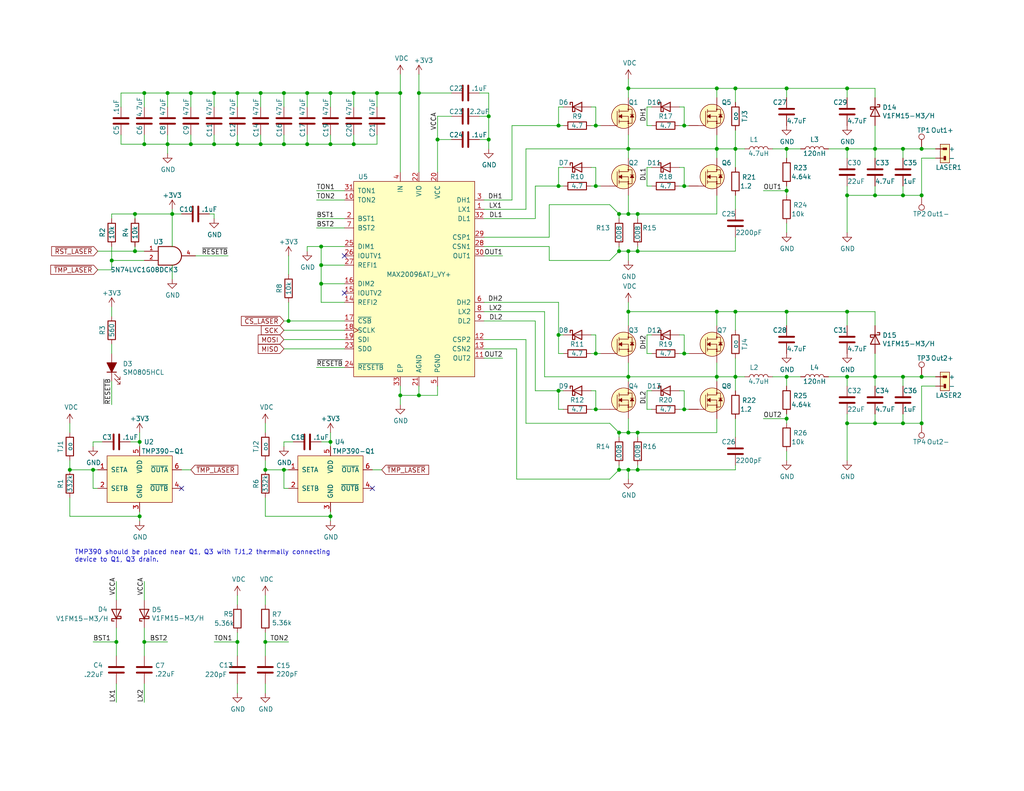
<source format=kicad_sch>
(kicad_sch (version 20211123) (generator eeschema)
  (paper "A")
  (title_block (title "Laser Diode Power Supply") (date "2021-11-07") (rev "1.5") (company "Brian Pepin") (comment 1 "Output 1-4v 50A max per channel"))
  (junction (at 171.45 128.27))
  (junction (at 195.58 85.09))
  (junction (at 31.75 175.26))
  (junction (at 83.82 39.37))
  (junction (at 39.37 25.4))
  (junction (at 231.14 53.34))
  (junction (at 238.76 40.64))
  (junction (at 162.56 96.52))
  (junction (at 214.63 85.09))
  (junction (at 77.47 25.4))
  (junction (at 173.99 118.11))
  (junction (at 251.46 102.87))
  (junction (at 173.99 68.58))
  (junction (at 238.76 53.34))
  (junction (at 45.72 39.37))
  (junction (at 152.4 34.29))
  (junction (at 231.14 115.57))
  (junction (at 195.58 40.64))
  (junction (at 152.4 50.8))
  (junction (at 251.46 53.34))
  (junction (at 231.14 40.64))
  (junction (at 168.91 128.27))
  (junction (at 173.99 128.27))
  (junction (at 38.1 120.65))
  (junction (at 46.99 58.42))
  (junction (at 52.07 25.4))
  (junction (at 246.38 115.57))
  (junction (at 231.14 24.13))
  (junction (at 39.37 175.26))
  (junction (at 64.77 175.26))
  (junction (at 171.45 40.64))
  (junction (at 168.91 118.11))
  (junction (at 171.45 58.42))
  (junction (at 162.56 50.8))
  (junction (at 195.58 102.87))
  (junction (at 72.39 175.26))
  (junction (at 36.83 58.42))
  (junction (at 238.76 102.87))
  (junction (at 186.69 34.29))
  (junction (at 109.22 107.95))
  (junction (at 58.42 39.37))
  (junction (at 78.74 87.63))
  (junction (at 64.77 25.4))
  (junction (at 231.14 102.87))
  (junction (at 214.63 24.13))
  (junction (at 87.63 72.39))
  (junction (at 251.46 115.57))
  (junction (at 96.52 25.4))
  (junction (at 77.47 39.37))
  (junction (at 19.05 128.27))
  (junction (at 114.3 107.95))
  (junction (at 171.45 68.58))
  (junction (at 90.17 25.4))
  (junction (at 119.38 38.1))
  (junction (at 200.66 24.13))
  (junction (at 251.46 40.64))
  (junction (at 231.14 85.09))
  (junction (at 87.63 67.31))
  (junction (at 173.99 58.42))
  (junction (at 39.37 39.37))
  (junction (at 87.63 77.47))
  (junction (at 162.56 34.29))
  (junction (at 171.45 102.87))
  (junction (at 90.17 120.65))
  (junction (at 200.66 102.87))
  (junction (at 109.22 25.4))
  (junction (at 90.17 140.97))
  (junction (at 246.38 40.64))
  (junction (at 214.63 102.87))
  (junction (at 72.39 128.27))
  (junction (at 96.52 39.37))
  (junction (at 52.07 39.37))
  (junction (at 200.66 40.64))
  (junction (at 238.76 115.57))
  (junction (at 168.91 68.58))
  (junction (at 162.56 111.76))
  (junction (at 246.38 102.87))
  (junction (at 186.69 111.76))
  (junction (at 186.69 96.52))
  (junction (at 71.12 39.37))
  (junction (at 168.91 58.42))
  (junction (at 200.66 85.09))
  (junction (at 171.45 24.13))
  (junction (at 152.4 91.44))
  (junction (at 195.58 24.13))
  (junction (at 214.63 114.3))
  (junction (at 71.12 25.4))
  (junction (at 25.4 128.27))
  (junction (at 114.3 25.4))
  (junction (at 171.45 118.11))
  (junction (at 246.38 53.34))
  (junction (at 36.83 68.58))
  (junction (at 58.42 25.4))
  (junction (at 38.1 140.97))
  (junction (at 45.72 25.4))
  (junction (at 214.63 52.07))
  (junction (at 90.17 39.37))
  (junction (at 30.48 71.12))
  (junction (at 171.45 85.09))
  (junction (at 77.47 128.27))
  (junction (at 64.77 39.37))
  (junction (at 83.82 25.4))
  (junction (at 102.87 25.4))
  (junction (at 133.35 38.1))
  (junction (at 186.69 50.8))
  (junction (at 152.4 106.68))
  (junction (at 133.35 31.75))
  (junction (at 214.63 40.64))
  (no_connect (at 93.98 69.85))
  (no_connect (at 93.98 80.01))
  (no_connect (at 49.53 133.35))
  (no_connect (at 101.6 133.35))
  (wire (pts (xy 162.56 50.8) (xy 163.83 50.8)))
  (wire (pts (xy 186.69 29.21) (xy 186.69 34.29)))
  (wire (pts (xy 195.58 99.06) (xy 195.58 102.87)))
  (wire (pts (xy 176.53 96.52) (xy 177.8 96.52)))
  (wire (pts (xy 200.66 64.77) (xy 200.66 68.58)))
  (wire (pts (xy 231.14 105.41) (xy 231.14 102.87)))
  (wire (pts (xy 203.2 102.87) (xy 200.66 102.87)))
  (wire (pts (xy 214.63 40.64) (xy 214.63 43.18)))
  (wire (pts (xy 161.29 50.8) (xy 162.56 50.8)))
  (wire (pts (xy 200.66 114.3) (xy 200.66 119.38)))
  (wire (pts (xy 114.3 107.95) (xy 119.38 107.95)))
  (wire (pts (xy 109.22 110.49) (xy 109.22 107.95)))
  (wire (pts (xy 200.66 40.64) (xy 200.66 45.72)))
  (wire (pts (xy 72.39 175.26) (xy 72.39 179.07)))
  (wire (pts (xy 146.05 106.68) (xy 146.05 87.63)))
  (wire (pts (xy 39.37 39.37) (xy 45.72 39.37)))
  (wire (pts (xy 30.48 93.98) (xy 30.48 96.52)))
  (wire (pts (xy 186.69 45.72) (xy 185.42 45.72)))
  (wire (pts (xy 255.27 105.41) (xy 251.46 105.41)))
  (wire (pts (xy 246.38 102.87) (xy 251.46 102.87)))
  (wire (pts (xy 72.39 186.69) (xy 72.39 189.23)))
  (wire (pts (xy 171.45 68.58) (xy 171.45 71.12)))
  (wire (pts (xy 30.48 83.82) (xy 30.48 86.36)))
  (wire (pts (xy 109.22 107.95) (xy 109.22 105.41)))
  (wire (pts (xy 130.81 38.1) (xy 133.35 38.1)))
  (wire (pts (xy 133.35 38.1) (xy 133.35 31.75)))
  (wire (pts (xy 195.58 58.42) (xy 173.99 58.42)))
  (wire (pts (xy 39.37 68.58) (xy 36.83 68.58)))
  (wire (pts (xy 177.8 91.44) (xy 176.53 91.44)))
  (wire (pts (xy 231.14 85.09) (xy 238.76 85.09)))
  (wire (pts (xy 33.02 36.83) (xy 33.02 39.37)))
  (wire (pts (xy 195.58 104.14) (xy 195.58 102.87)))
  (wire (pts (xy 58.42 58.42) (xy 58.42 59.69)))
  (wire (pts (xy 96.52 39.37) (xy 96.52 36.83)))
  (wire (pts (xy 35.56 120.65) (xy 38.1 120.65)))
  (wire (pts (xy 36.83 68.58) (xy 36.83 67.31)))
  (wire (pts (xy 77.47 29.21) (xy 77.47 25.4)))
  (wire (pts (xy 186.69 34.29) (xy 187.96 34.29)))
  (wire (pts (xy 168.91 119.38) (xy 168.91 118.11)))
  (wire (pts (xy 19.05 115.57) (xy 19.05 118.11)))
  (wire (pts (xy 77.47 128.27) (xy 78.74 128.27)))
  (wire (pts (xy 96.52 25.4) (xy 102.87 25.4)))
  (wire (pts (xy 200.66 102.87) (xy 195.58 102.87)))
  (wire (pts (xy 185.42 106.68) (xy 186.69 106.68)))
  (wire (pts (xy 90.17 120.65) (xy 90.17 121.92)))
  (wire (pts (xy 186.69 50.8) (xy 187.96 50.8)))
  (wire (pts (xy 26.67 133.35) (xy 25.4 133.35)))
  (wire (pts (xy 114.3 105.41) (xy 114.3 107.95)))
  (wire (pts (xy 171.45 68.58) (xy 173.99 68.58)))
  (wire (pts (xy 36.83 58.42) (xy 46.99 58.42)))
  (wire (pts (xy 52.07 36.83) (xy 52.07 39.37)))
  (wire (pts (xy 139.7 34.29) (xy 152.4 34.29)))
  (wire (pts (xy 31.75 186.69) (xy 31.75 191.77)))
  (wire (pts (xy 231.14 113.03) (xy 231.14 115.57)))
  (wire (pts (xy 114.3 107.95) (xy 109.22 107.95)))
  (wire (pts (xy 161.29 45.72) (xy 162.56 45.72)))
  (wire (pts (xy 64.77 36.83) (xy 64.77 39.37)))
  (wire (pts (xy 143.51 57.15) (xy 143.51 40.64)))
  (wire (pts (xy 77.47 39.37) (xy 83.82 39.37)))
  (wire (pts (xy 93.98 62.23) (xy 86.36 62.23)))
  (wire (pts (xy 52.07 39.37) (xy 58.42 39.37)))
  (wire (pts (xy 176.53 50.8) (xy 177.8 50.8)))
  (wire (pts (xy 152.4 29.21) (xy 152.4 34.29)))
  (wire (pts (xy 114.3 25.4) (xy 114.3 46.99)))
  (wire (pts (xy 200.66 127) (xy 200.66 128.27)))
  (wire (pts (xy 77.47 36.83) (xy 77.47 39.37)))
  (wire (pts (xy 168.91 68.58) (xy 166.37 71.12)))
  (wire (pts (xy 173.99 58.42) (xy 173.99 59.69)))
  (wire (pts (xy 176.53 106.68) (xy 176.53 111.76)))
  (wire (pts (xy 64.77 25.4) (xy 71.12 25.4)))
  (wire (pts (xy 39.37 175.26) (xy 39.37 179.07)))
  (wire (pts (xy 38.1 142.24) (xy 38.1 140.97)))
  (wire (pts (xy 168.91 58.42) (xy 166.37 55.88)))
  (wire (pts (xy 161.29 96.52) (xy 162.56 96.52)))
  (wire (pts (xy 31.75 175.26) (xy 25.4 175.26)))
  (wire (pts (xy 195.58 40.64) (xy 195.58 36.83)))
  (wire (pts (xy 45.72 29.21) (xy 45.72 25.4)))
  (wire (pts (xy 238.76 53.34) (xy 246.38 53.34)))
  (wire (pts (xy 173.99 128.27) (xy 173.99 127)))
  (wire (pts (xy 186.69 111.76) (xy 187.96 111.76)))
  (wire (pts (xy 210.82 102.87) (xy 214.63 102.87)))
  (wire (pts (xy 143.51 115.57) (xy 166.37 115.57)))
  (wire (pts (xy 200.66 53.34) (xy 200.66 57.15)))
  (wire (pts (xy 186.69 91.44) (xy 186.69 96.52)))
  (wire (pts (xy 143.51 92.71) (xy 132.08 92.71)))
  (wire (pts (xy 246.38 53.34) (xy 246.38 50.8)))
  (wire (pts (xy 46.99 67.31) (xy 46.99 58.42)))
  (wire (pts (xy 208.28 114.3) (xy 214.63 114.3)))
  (wire (pts (xy 214.63 88.9) (xy 214.63 85.09)))
  (wire (pts (xy 33.02 25.4) (xy 39.37 25.4)))
  (wire (pts (xy 246.38 115.57) (xy 246.38 113.03)))
  (wire (pts (xy 148.59 102.87) (xy 148.59 85.09)))
  (wire (pts (xy 238.76 43.18) (xy 238.76 40.64)))
  (wire (pts (xy 152.4 91.44) (xy 152.4 96.52)))
  (wire (pts (xy 186.69 50.8) (xy 186.69 45.72)))
  (wire (pts (xy 171.45 85.09) (xy 195.58 85.09)))
  (wire (pts (xy 238.76 26.67) (xy 238.76 24.13)))
  (wire (pts (xy 231.14 115.57) (xy 238.76 115.57)))
  (wire (pts (xy 185.42 111.76) (xy 186.69 111.76)))
  (wire (pts (xy 19.05 125.73) (xy 19.05 128.27)))
  (wire (pts (xy 171.45 118.11) (xy 173.99 118.11)))
  (wire (pts (xy 186.69 96.52) (xy 187.96 96.52)))
  (wire (pts (xy 93.98 52.07) (xy 86.36 52.07)))
  (wire (pts (xy 162.56 91.44) (xy 162.56 96.52)))
  (wire (pts (xy 87.63 67.31) (xy 87.63 72.39)))
  (wire (pts (xy 45.72 39.37) (xy 52.07 39.37)))
  (wire (pts (xy 93.98 92.71) (xy 77.47 92.71)))
  (wire (pts (xy 200.66 85.09) (xy 214.63 85.09)))
  (wire (pts (xy 162.56 45.72) (xy 162.56 50.8)))
  (wire (pts (xy 132.08 67.31) (xy 149.86 67.31)))
  (wire (pts (xy 161.29 34.29) (xy 162.56 34.29)))
  (wire (pts (xy 140.97 130.81) (xy 140.97 95.25)))
  (wire (pts (xy 72.39 125.73) (xy 72.39 128.27)))
  (wire (pts (xy 45.72 36.83) (xy 45.72 39.37)))
  (wire (pts (xy 185.42 91.44) (xy 186.69 91.44)))
  (wire (pts (xy 39.37 186.69) (xy 39.37 191.77)))
  (wire (pts (xy 173.99 68.58) (xy 173.99 67.31)))
  (wire (pts (xy 132.08 69.85) (xy 137.16 69.85)))
  (wire (pts (xy 132.08 59.69) (xy 146.05 59.69)))
  (wire (pts (xy 119.38 107.95) (xy 119.38 105.41)))
  (wire (pts (xy 72.39 140.97) (xy 90.17 140.97)))
  (wire (pts (xy 83.82 68.58) (xy 83.82 67.31)))
  (wire (pts (xy 231.14 24.13) (xy 238.76 24.13)))
  (wire (pts (xy 25.4 128.27) (xy 26.67 128.27)))
  (wire (pts (xy 33.02 39.37) (xy 39.37 39.37)))
  (wire (pts (xy 93.98 95.25) (xy 77.47 95.25)))
  (wire (pts (xy 39.37 36.83) (xy 39.37 39.37)))
  (wire (pts (xy 149.86 71.12) (xy 166.37 71.12)))
  (wire (pts (xy 171.45 128.27) (xy 173.99 128.27)))
  (wire (pts (xy 46.99 58.42) (xy 49.53 58.42)))
  (wire (pts (xy 71.12 39.37) (xy 77.47 39.37)))
  (wire (pts (xy 78.74 87.63) (xy 78.74 82.55)))
  (wire (pts (xy 93.98 67.31) (xy 87.63 67.31)))
  (wire (pts (xy 33.02 29.21) (xy 33.02 25.4)))
  (wire (pts (xy 246.38 43.18) (xy 246.38 40.64)))
  (wire (pts (xy 231.14 50.8) (xy 231.14 53.34)))
  (wire (pts (xy 93.98 72.39) (xy 87.63 72.39)))
  (wire (pts (xy 152.4 111.76) (xy 153.67 111.76)))
  (wire (pts (xy 195.58 26.67) (xy 195.58 24.13)))
  (wire (pts (xy 231.14 26.67) (xy 231.14 24.13)))
  (wire (pts (xy 58.42 25.4) (xy 64.77 25.4)))
  (wire (pts (xy 19.05 135.89) (xy 19.05 140.97)))
  (wire (pts (xy 176.53 34.29) (xy 177.8 34.29)))
  (wire (pts (xy 162.56 106.68) (xy 162.56 111.76)))
  (wire (pts (xy 39.37 175.26) (xy 45.72 175.26)))
  (wire (pts (xy 231.14 53.34) (xy 231.14 63.5)))
  (wire (pts (xy 162.56 111.76) (xy 163.83 111.76)))
  (wire (pts (xy 171.45 58.42) (xy 171.45 53.34)))
  (wire (pts (xy 214.63 24.13) (xy 231.14 24.13)))
  (wire (pts (xy 30.48 104.14) (xy 30.48 110.49)))
  (wire (pts (xy 25.4 133.35) (xy 25.4 128.27)))
  (wire (pts (xy 176.53 91.44) (xy 176.53 96.52)))
  (wire (pts (xy 30.48 73.66) (xy 30.48 71.12)))
  (wire (pts (xy 45.72 25.4) (xy 39.37 25.4)))
  (wire (pts (xy 77.47 120.65) (xy 80.01 120.65)))
  (wire (pts (xy 231.14 43.18) (xy 231.14 40.64)))
  (wire (pts (xy 139.7 54.61) (xy 139.7 34.29)))
  (wire (pts (xy 38.1 120.65) (xy 38.1 121.92)))
  (wire (pts (xy 246.38 40.64) (xy 251.46 40.64)))
  (wire (pts (xy 96.52 39.37) (xy 102.87 39.37)))
  (wire (pts (xy 168.91 127) (xy 168.91 128.27)))
  (wire (pts (xy 200.66 27.94) (xy 200.66 24.13)))
  (wire (pts (xy 130.81 31.75) (xy 133.35 31.75)))
  (wire (pts (xy 171.45 24.13) (xy 171.45 21.59)))
  (wire (pts (xy 238.76 115.57) (xy 238.76 113.03)))
  (wire (pts (xy 210.82 40.64) (xy 214.63 40.64)))
  (wire (pts (xy 195.58 88.9) (xy 195.58 85.09)))
  (wire (pts (xy 46.99 76.2) (xy 46.99 72.39)))
  (wire (pts (xy 231.14 115.57) (xy 231.14 125.73)))
  (wire (pts (xy 171.45 58.42) (xy 173.99 58.42)))
  (wire (pts (xy 64.77 29.21) (xy 64.77 25.4)))
  (wire (pts (xy 251.46 53.34) (xy 246.38 53.34)))
  (wire (pts (xy 171.45 26.67) (xy 171.45 24.13)))
  (wire (pts (xy 185.42 50.8) (xy 186.69 50.8)))
  (wire (pts (xy 251.46 105.41) (xy 251.46 115.57)))
  (wire (pts (xy 177.8 29.21) (xy 176.53 29.21)))
  (wire (pts (xy 132.08 97.79) (xy 137.16 97.79)))
  (wire (pts (xy 251.46 40.64) (xy 255.27 40.64)))
  (wire (pts (xy 25.4 128.27) (xy 19.05 128.27)))
  (wire (pts (xy 38.1 140.97) (xy 38.1 139.7)))
  (wire (pts (xy 171.45 24.13) (xy 195.58 24.13)))
  (wire (pts (xy 226.06 102.87) (xy 231.14 102.87)))
  (wire (pts (xy 132.08 54.61) (xy 139.7 54.61)))
  (wire (pts (xy 148.59 102.87) (xy 171.45 102.87)))
  (wire (pts (xy 25.4 120.65) (xy 27.94 120.65)))
  (wire (pts (xy 31.75 175.26) (xy 31.75 179.07)))
  (wire (pts (xy 195.58 102.87) (xy 171.45 102.87)))
  (wire (pts (xy 31.75 171.45) (xy 31.75 175.26)))
  (wire (pts (xy 87.63 72.39) (xy 87.63 77.47)))
  (wire (pts (xy 58.42 29.21) (xy 58.42 25.4)))
  (wire (pts (xy 214.63 85.09) (xy 231.14 85.09)))
  (wire (pts (xy 168.91 58.42) (xy 171.45 58.42)))
  (wire (pts (xy 36.83 59.69) (xy 36.83 58.42)))
  (wire (pts (xy 171.45 40.64) (xy 171.45 43.18)))
  (wire (pts (xy 30.48 71.12) (xy 39.37 71.12)))
  (wire (pts (xy 200.66 40.64) (xy 195.58 40.64)))
  (wire (pts (xy 162.56 29.21) (xy 162.56 34.29)))
  (wire (pts (xy 231.14 102.87) (xy 238.76 102.87)))
  (wire (pts (xy 96.52 25.4) (xy 96.52 29.21)))
  (wire (pts (xy 251.46 115.57) (xy 246.38 115.57)))
  (wire (pts (xy 123.19 25.4) (xy 114.3 25.4)))
  (wire (pts (xy 90.17 39.37) (xy 96.52 39.37)))
  (wire (pts (xy 133.35 40.64) (xy 133.35 38.1)))
  (wire (pts (xy 200.66 106.68) (xy 200.66 102.87)))
  (wire (pts (xy 231.14 88.9) (xy 231.14 85.09)))
  (wire (pts (xy 64.77 165.1) (xy 64.77 162.56)))
  (wire (pts (xy 78.74 69.85) (xy 78.74 74.93)))
  (wire (pts (xy 152.4 106.68) (xy 146.05 106.68)))
  (wire (pts (xy 173.99 118.11) (xy 195.58 118.11)))
  (wire (pts (xy 251.46 102.87) (xy 255.27 102.87)))
  (wire (pts (xy 255.27 43.18) (xy 251.46 43.18)))
  (wire (pts (xy 195.58 40.64) (xy 171.45 40.64)))
  (wire (pts (xy 246.38 105.41) (xy 246.38 102.87)))
  (wire (pts (xy 72.39 165.1) (xy 72.39 162.56)))
  (wire (pts (xy 87.63 77.47) (xy 87.63 82.55)))
  (wire (pts (xy 152.4 45.72) (xy 152.4 50.8)))
  (wire (pts (xy 45.72 25.4) (xy 52.07 25.4)))
  (wire (pts (xy 123.19 38.1) (xy 119.38 38.1)))
  (wire (pts (xy 64.77 39.37) (xy 71.12 39.37)))
  (wire (pts (xy 77.47 25.4) (xy 83.82 25.4)))
  (wire (pts (xy 214.63 123.19) (xy 214.63 125.73)))
  (wire (pts (xy 161.29 91.44) (xy 162.56 91.44)))
  (wire (pts (xy 71.12 25.4) (xy 77.47 25.4)))
  (wire (pts (xy 195.58 53.34) (xy 195.58 58.42)))
  (wire (pts (xy 238.76 53.34) (xy 238.76 50.8)))
  (wire (pts (xy 31.75 163.83) (xy 31.75 158.75)))
  (wire (pts (xy 72.39 172.72) (xy 72.39 175.26)))
  (wire (pts (xy 25.4 121.92) (xy 25.4 120.65)))
  (wire (pts (xy 171.45 128.27) (xy 171.45 130.81)))
  (wire (pts (xy 78.74 87.63) (xy 77.47 87.63)))
  (wire (pts (xy 168.91 59.69) (xy 168.91 58.42)))
  (wire (pts (xy 152.4 82.55) (xy 152.4 91.44)))
  (wire (pts (xy 176.53 29.21) (xy 176.53 34.29)))
  (wire (pts (xy 143.51 115.57) (xy 143.51 92.71)))
  (wire (pts (xy 93.98 87.63) (xy 78.74 87.63)))
  (wire (pts (xy 218.44 40.64) (xy 214.63 40.64)))
  (wire (pts (xy 177.8 45.72) (xy 176.53 45.72)))
  (wire (pts (xy 133.35 25.4) (xy 130.81 25.4)))
  (wire (pts (xy 52.07 29.21) (xy 52.07 25.4)))
  (wire (pts (xy 132.08 57.15) (xy 143.51 57.15)))
  (wire (pts (xy 153.67 29.21) (xy 152.4 29.21)))
  (wire (pts (xy 46.99 58.42) (xy 46.99 57.15)))
  (wire (pts (xy 238.76 96.52) (xy 238.76 102.87)))
  (wire (pts (xy 52.07 25.4) (xy 58.42 25.4)))
  (wire (pts (xy 168.91 68.58) (xy 171.45 68.58)))
  (wire (pts (xy 152.4 96.52) (xy 153.67 96.52)))
  (wire (pts (xy 231.14 40.64) (xy 238.76 40.64)))
  (wire (pts (xy 186.69 106.68) (xy 186.69 111.76)))
  (wire (pts (xy 200.66 97.79) (xy 200.66 102.87)))
  (wire (pts (xy 83.82 25.4) (xy 90.17 25.4)))
  (wire (pts (xy 168.91 128.27) (xy 171.45 128.27)))
  (wire (pts (xy 162.56 34.29) (xy 163.83 34.29)))
  (wire (pts (xy 57.15 58.42) (xy 58.42 58.42)))
  (wire (pts (xy 93.98 100.33) (xy 86.36 100.33)))
  (wire (pts (xy 36.83 58.42) (xy 30.48 58.42)))
  (wire (pts (xy 200.66 24.13) (xy 214.63 24.13)))
  (wire (pts (xy 36.83 68.58) (xy 26.67 68.58)))
  (wire (pts (xy 251.46 43.18) (xy 251.46 53.34)))
  (wire (pts (xy 195.58 118.11) (xy 195.58 114.3)))
  (wire (pts (xy 140.97 130.81) (xy 166.37 130.81)))
  (wire (pts (xy 78.74 133.35) (xy 77.47 133.35)))
  (wire (pts (xy 208.28 52.07) (xy 214.63 52.07)))
  (wire (pts (xy 168.91 118.11) (xy 171.45 118.11)))
  (wire (pts (xy 153.67 45.72) (xy 152.4 45.72)))
  (wire (pts (xy 200.66 90.17) (xy 200.66 85.09)))
  (wire (pts (xy 238.76 115.57) (xy 246.38 115.57)))
  (wire (pts (xy 90.17 29.21) (xy 90.17 25.4)))
  (wire (pts (xy 64.77 175.26) (xy 64.77 179.07)))
  (wire (pts (xy 132.08 87.63) (xy 146.05 87.63)))
  (wire (pts (xy 102.87 25.4) (xy 109.22 25.4)))
  (wire (pts (xy 83.82 29.21) (xy 83.82 25.4)))
  (wire (pts (xy 176.53 45.72) (xy 176.53 50.8)))
  (wire (pts (xy 93.98 90.17) (xy 77.47 90.17)))
  (wire (pts (xy 200.66 40.64) (xy 200.66 35.56)))
  (wire (pts (xy 133.35 31.75) (xy 133.35 25.4)))
  (wire (pts (xy 238.76 102.87) (xy 246.38 102.87)))
  (wire (pts (xy 71.12 29.21) (xy 71.12 25.4)))
  (wire (pts (xy 214.63 26.67) (xy 214.63 24.13)))
  (wire (pts (xy 214.63 52.07) (xy 214.63 53.34)))
  (wire (pts (xy 214.63 102.87) (xy 218.44 102.87)))
  (wire (pts (xy 171.45 36.83) (xy 171.45 40.64)))
  (wire (pts (xy 148.59 85.09) (xy 132.08 85.09)))
  (wire (pts (xy 195.58 24.13) (xy 200.66 24.13)))
  (wire (pts (xy 162.56 96.52) (xy 163.83 96.52)))
  (wire (pts (xy 161.29 29.21) (xy 162.56 29.21)))
  (wire (pts (xy 87.63 82.55) (xy 93.98 82.55)))
  (wire (pts (xy 39.37 171.45) (xy 39.37 175.26)))
  (wire (pts (xy 87.63 120.65) (xy 90.17 120.65)))
  (wire (pts (xy 93.98 54.61) (xy 86.36 54.61)))
  (wire (pts (xy 64.77 172.72) (xy 64.77 175.26)))
  (wire (pts (xy 200.66 128.27) (xy 173.99 128.27)))
  (wire (pts (xy 72.39 115.57) (xy 72.39 118.11)))
  (wire (pts (xy 119.38 38.1) (xy 119.38 46.99)))
  (wire (pts (xy 146.05 59.69) (xy 146.05 50.8)))
  (wire (pts (xy 77.47 121.92) (xy 77.47 120.65)))
  (wire (pts (xy 171.45 88.9) (xy 171.45 85.09)))
  (wire (pts (xy 238.76 105.41) (xy 238.76 102.87)))
  (wire (pts (xy 102.87 25.4) (xy 102.87 29.21)))
  (wire (pts (xy 90.17 140.97) (xy 90.17 139.7)))
  (wire (pts (xy 171.45 102.87) (xy 171.45 104.14)))
  (wire (pts (xy 149.86 55.88) (xy 166.37 55.88)))
  (wire (pts (xy 39.37 163.83) (xy 39.37 158.75)))
  (wire (pts (xy 238.76 40.64) (xy 246.38 40.64)))
  (wire (pts (xy 102.87 39.37) (xy 102.87 36.83)))
  (wire (pts (xy 93.98 77.47) (xy 87.63 77.47)))
  (wire (pts (xy 231.14 53.34) (xy 238.76 53.34)))
  (wire (pts (xy 238.76 88.9) (xy 238.76 85.09)))
  (wire (pts (xy 214.63 114.3) (xy 214.63 115.57)))
  (wire (pts (xy 171.45 85.09) (xy 171.45 82.55)))
  (wire (pts (xy 77.47 133.35) (xy 77.47 128.27)))
  (wire (pts (xy 58.42 39.37) (xy 64.77 39.37)))
  (wire (pts (xy 83.82 39.37) (xy 83.82 36.83)))
  (wire (pts (xy 101.6 128.27) (xy 104.14 128.27)))
  (wire (pts (xy 171.45 99.06) (xy 171.45 102.87)))
  (wire (pts (xy 140.97 95.25) (xy 132.08 95.25)))
  (wire (pts (xy 173.99 118.11) (xy 173.99 119.38)))
  (wire (pts (xy 152.4 106.68) (xy 152.4 111.76)))
  (wire (pts (xy 83.82 39.37) (xy 90.17 39.37)))
  (wire (pts (xy 168.91 67.31) (xy 168.91 68.58)))
  (wire (pts (xy 161.29 111.76) (xy 162.56 111.76)))
  (wire (pts (xy 214.63 60.96) (xy 214.63 63.5)))
  (wire (pts (xy 177.8 106.68) (xy 176.53 106.68)))
  (wire (pts (xy 149.86 67.31) (xy 149.86 71.12)))
  (wire (pts (xy 19.05 140.97) (xy 38.1 140.97)))
  (wire (pts (xy 64.77 186.69) (xy 64.77 189.23)))
  (wire (pts (xy 77.47 128.27) (xy 72.39 128.27)))
  (wire (pts (xy 153.67 106.68) (xy 152.4 106.68)))
  (wire (pts (xy 119.38 31.75) (xy 119.38 38.1)))
  (wire (pts (xy 30.48 67.31) (xy 30.48 71.12)))
  (wire (pts (xy 152.4 50.8) (xy 153.67 50.8)))
  (wire (pts (xy 72.39 175.26) (xy 78.74 175.26)))
  (wire (pts (xy 83.82 67.31) (xy 87.63 67.31)))
  (wire (pts (xy 45.72 41.91) (xy 45.72 39.37)))
  (wire (pts (xy 49.53 128.27) (xy 52.07 128.27)))
  (wire (pts (xy 26.67 73.66) (xy 30.48 73.66)))
  (wire (pts (xy 143.51 40.64) (xy 171.45 40.64)))
  (wire (pts (xy 168.91 128.27) (xy 166.37 130.81)))
  (wire (pts (xy 195.58 85.09) (xy 200.66 85.09)))
  (wire (pts (xy 132.08 82.55) (xy 152.4 82.55)))
  (wire (pts (xy 195.58 43.18) (xy 195.58 40.64)))
  (wire (pts (xy 71.12 36.83) (xy 71.12 39.37)))
  (wire (pts (xy 146.05 50.8) (xy 152.4 50.8)))
  (wire (pts (xy 153.67 91.44) (xy 152.4 91.44)))
  (wire (pts (xy 90.17 25.4) (xy 96.52 25.4)))
  (wire (pts (xy 176.53 111.76) (xy 177.8 111.76)))
  (wire (pts (xy 200.66 68.58) (xy 173.99 68.58)))
  (wire (pts (xy 185.42 34.29) (xy 186.69 34.29)))
  (wire (pts (xy 64.77 175.26) (xy 58.42 175.26)))
  (wire (pts (xy 30.48 58.42) (xy 30.48 59.69)))
  (wire (pts (xy 214.63 102.87) (xy 214.63 105.41)))
  (wire (pts (xy 72.39 135.89) (xy 72.39 140.97)))
  (wire (pts (xy 203.2 40.64) (xy 200.66 40.64)))
  (wire (pts (xy 38.1 118.11) (xy 38.1 120.65)))
  (wire (pts (xy 168.91 118.11) (xy 166.37 115.57)))
  (wire (pts (xy 226.06 40.64) (xy 231.14 40.64)))
  (wire (pts (xy 149.86 64.77) (xy 149.86 55.88)))
  (wire (pts (xy 39.37 29.21) (xy 39.37 25.4)))
  (wire (pts (xy 152.4 34.29) (xy 153.67 34.29)))
  (wire (pts (xy 109.22 20.32) (xy 109.22 25.4)))
  (wire (pts (xy 58.42 36.83) (xy 58.42 39.37)))
  (wire (pts (xy 171.45 118.11) (xy 171.45 114.3)))
  (wire (pts (xy 93.98 59.69) (xy 86.36 59.69)))
  (wire (pts (xy 214.63 50.8) (xy 214.63 52.07)))
  (wire (pts (xy 109.22 25.4) (xy 109.22 46.99)))
  (wire (pts (xy 161.29 106.68) (xy 162.56 106.68)))
  (wire (pts (xy 114.3 20.32) (xy 114.3 25.4)))
  (wire (pts (xy 119.38 31.75) (xy 123.19 31.75)))
  (wire (pts (xy 238.76 34.29) (xy 238.76 40.64)))
  (wire (pts (xy 185.42 29.21) (xy 186.69 29.21)))
  (wire (pts (xy 185.42 96.52) (xy 186.69 96.52)))
  (wire (pts (xy 132.08 64.77) (xy 149.86 64.77)))
  (wire (pts (xy 53.34 69.85) (xy 62.23 69.85)))
  (wire (pts (xy 90.17 142.24) (xy 90.17 140.97)))
  (wire (pts (xy 90.17 36.83) (xy 90.17 39.37)))
  (wire (pts (xy 214.63 113.03) (xy 214.63 114.3)))
  (wire (pts (xy 90.17 118.11) (xy 90.17 120.65)))
  (text "TMP390 should be placed near Q1, Q3 with TJ1,2 thermally connecting\ndevice to Q1, Q3 drain." (at 20.32 153.67 0) (effects (font (size 1.27 1.27)) (justify left bottom)))
  (label "LX1" (at 133.35 57.15 0))
  (label "LX2" (at 133.35 85.09 0))
  (label "LX2" (at 39.37 191.77 90))
  (label "LX1" (at 31.75 191.77 90))
  (label "OUT1" (at 137.16 69.85 180))
  (label "~{RESETB}" (at 86.36 100.33 0))
  (label "DH1" (at 176.53 29.21 270))
  (label "DH2" (at 137.16 82.55 180))
  (label "VCCA" (at 119.38 35.56 90))
  (label "~{RESETB}" (at 62.23 69.85 180))
  (label "TON1" (at 86.36 52.07 0))
  (label "~{RESETB}" (at 30.48 110.49 90))
  (label "DH2" (at 176.53 91.44 270))
  (label "BST1" (at 25.4 175.26 0))
  (label "BST2" (at 45.72 175.26 180))
  (label "DL2" (at 137.16 87.63 180))
  (label "OUT2" (at 137.16 97.79 180))
  (label "TON2" (at 78.74 175.26 180))
  (label "OUT1" (at 208.28 52.07 0))
  (label "VCCA" (at 39.37 162.56 90))
  (label "DL1" (at 137.16 59.69 180))
  (label "OUT2" (at 208.28 114.3 0))
  (label "DL1" (at 176.53 45.72 270))
  (label "BST2" (at 86.36 62.23 0))
  (label "BST1" (at 86.36 59.69 0))
  (label "DL2" (at 176.53 106.68 270))
  (label "VCCA" (at 31.75 162.56 90))
  (label "TON1" (at 58.42 175.26 0))
  (label "TON2" (at 86.36 54.61 0))
  (label "DH1" (at 137.16 54.61 180))
  (global_label "MOSI" (shape input) (at 77.47 92.71 180) (property "Intersheet References" "${INTERSHEET_REFS}" (effects hide)))
  (global_label "~{TMP_LASER}" (shape input) (at 26.67 73.66 180) (property "Intersheet References" "${INTERSHEET_REFS}" (effects hide)))
  (global_label "MISO" (shape input) (at 77.47 95.25 180) (property "Intersheet References" "${INTERSHEET_REFS}" (effects hide)))
  (global_label "~{TMP_LASER}" (shape input) (at 104.14 128.27 0) (property "Intersheet References" "${INTERSHEET_REFS}" (effects hide)))
  (global_label "~{RST_LASER}" (shape input) (at 26.67 68.58 180) (property "Intersheet References" "${INTERSHEET_REFS}" (effects hide)))
  (global_label "SCK" (shape input) (at 77.47 90.17 180) (property "Intersheet References" "${INTERSHEET_REFS}" (effects hide)))
  (global_label "~{TMP_LASER}" (shape input) (at 52.07 128.27 0) (property "Intersheet References" "${INTERSHEET_REFS}" (effects hide)))
  (global_label "~{CS_LASER}" (shape input) (at 77.47 87.63 180) (property "Intersheet References" "${INTERSHEET_REFS}" (effects hide)))
  (symbol (lib_id "PowerSupply:MAX20096ATJ_VY+") (at 114.3 74.93 0) (unit 1)
    (property "Reference" "U5" (at 99.06 48.26 0))
    (property "Value" "MAX20096ATJ_VY+" (at 114.3 74.93 0))
    (property "Footprint" "Package_DFN_QFN:QFN-32-1EP_5x5mm_P0.5mm_EP3.1x3.1mm_ThermalVias" (effects hide))
    (property "PartNo" "MAX20096ATJ/VY+" (effects hide))
  )
  (symbol (lib_id "Device:C") (at 127 25.4 270) (unit 1)
    (property "Reference" "C22" (at 124.46 24.13 90))
    (property "Value" ".1uF" (at 130.81 24.13 90))
    (property "Footprint" "Capacitor_SMD:C_0805_2012Metric" (effects hide))
    (property "PartNo" "C0805X104M5RACTU" (effects hide))
  )
  (symbol (lib_id "Device:C") (at 127 31.75 270) (unit 1)
    (property "Reference" "C23" (at 124.46 30.48 90))
    (property "Value" "2.2uF" (at 130.81 30.48 90))
    (property "Footprint" "Capacitor_SMD:C_0805_2012Metric" (effects hide))
    (property "PartNo" "GCM21BR71E225KA73L" (effects hide))
  )
  (symbol (lib_id "Device:C") (at 127 38.1 270) (unit 1)
    (property "Reference" "C24" (at 124.46 36.83 90))
    (property "Value" ".1uF" (at 130.81 36.83 90))
    (property "Footprint" "Capacitor_SMD:C_0805_2012Metric" (effects hide))
    (property "PartNo" "C0805X104M5RACTU" (effects hide))
  )
  (symbol (lib_id "power:+3V3") (at 114.3 20.32 0) (unit 1)
    (property "Reference" "#PWR052" (effects hide))
    (property "Value" "+3V3" (at 115.57 16.51 0))
  )
  (symbol (lib_id "Device:R") (at 36.83 63.5 180) (unit 1)
    (property "Reference" "R4" (at 34.29 63.5 90))
    (property "Value" "10k" (at 36.83 63.5 90))
    (property "Footprint" "Resistor_SMD:R_0805_2012Metric" (effects hide))
    (property "PartNo" "ERJ-6ENF1002V" (effects hide))
  )
  (symbol (lib_id "Device:R") (at 72.39 168.91 0) (unit 1)
    (property "Reference" "R7" (at 74.168 167.7416 0) (effects (justify left)))
    (property "Value" "5.36k" (at 74.168 170.053 0) (effects (justify left)))
    (property "Footprint" "Resistor_SMD:R_0805_2012Metric" (effects hide))
    (property "PartNo" "ERJ-6ENF5361V" (effects hide))
  )
  (symbol (lib_id "Device:C") (at 72.39 182.88 0) (unit 1)
    (property "Reference" "C15" (at 75.311 181.7116 0) (effects (justify left)))
    (property "Value" "220pF" (at 75.311 184.023 0) (effects (justify left)))
    (property "Footprint" "Capacitor_SMD:C_0805_2012Metric" (effects hide))
    (property "PartNo" "C0805C221K1HACTU" (effects hide))
  )
  (symbol (lib_id "Device:R") (at 64.77 168.91 0) (unit 1)
    (property "Reference" "R5" (at 60.96 167.64 0) (effects (justify left)))
    (property "Value" "5.36k" (at 58.42 170.18 0) (effects (justify left)))
    (property "Footprint" "Resistor_SMD:R_0805_2012Metric" (effects hide))
    (property "PartNo" "ERJ-6ENF5361V" (effects hide))
  )
  (symbol (lib_id "Device:C") (at 64.77 182.88 0) (unit 1)
    (property "Reference" "C13" (at 59.69 181.61 0) (effects (justify left)))
    (property "Value" "220pF" (at 55.88 184.15 0) (effects (justify left)))
    (property "Footprint" "Capacitor_SMD:C_0805_2012Metric" (effects hide))
    (property "PartNo" "C0805C221K1HACTU" (effects hide))
  )
  (symbol (lib_id "Device:D_Schottky") (at 39.37 167.64 90) (unit 1)
    (property "Reference" "D5" (at 41.3766 166.4716 90) (effects (justify right)))
    (property "Value" "V1FM15-M3/H" (at 41.3766 168.783 90) (effects (justify right)))
    (property "Footprint" "Diode_SMD:D_SOD-123F" (effects hide))
    (property "PartNo" "V1FM15-M3/H" (effects hide))
  )
  (symbol (lib_id "Device:C") (at 39.37 182.88 0) (unit 1)
    (property "Reference" "C7" (at 42.291 181.7116 0) (effects (justify left)))
    (property "Value" ".22uF" (at 42.291 184.023 0) (effects (justify left)))
    (property "Footprint" "Capacitor_SMD:C_0805_2012Metric" (effects hide))
    (property "PartNo" "GRM21AR72A224KAC5K" (effects hide))
  )
  (symbol (lib_id "Device:D_Schottky") (at 31.75 167.64 90) (unit 1)
    (property "Reference" "D4" (at 26.67 166.37 90) (effects (justify right)))
    (property "Value" "V1FM15-M3/H" (at 15.24 168.91 90) (effects (justify right)))
    (property "Footprint" "Diode_SMD:D_SOD-123F" (effects hide))
    (property "PartNo" "V1FM15-M3/H" (effects hide))
  )
  (symbol (lib_id "Device:C") (at 31.75 182.88 0) (unit 1)
    (property "Reference" "C4" (at 25.4 181.61 0) (effects (justify left)))
    (property "Value" ".22uF" (at 22.86 184.15 0) (effects (justify left)))
    (property "Footprint" "Capacitor_SMD:C_0805_2012Metric" (effects hide))
    (property "PartNo" "GRM21AR72A224KAC5K" (effects hide))
  )
  (symbol (lib_id "PowerSupply:PSMN1R8-30MLHX") (at 170.18 31.75 0) (unit 1)
    (property "Reference" "Q1" (at 171.45 27.94 0) (effects (justify left)))
    (property "Value" "PSMN1R5-25MLHX" (effects hide))
    (property "Footprint" "Package_TO_SOT_SMD:LFPAK33" (effects hide))
    (property "Datasheet" "https://assets.nexperia.com/documents/data-sheet/PSMN1R8-30MLH.pdf" (effects hide))
    (property "PartNo" "PSMN1R5-25MLHX" (effects hide))
  )
  (symbol (lib_id "PowerSupply:PSMN1R8-30MLHX") (at 170.18 48.26 0) (unit 1)
    (property "Reference" "Q2" (at 171.45 44.45 0) (effects (justify left)))
    (property "Value" "PSMN1R5-25MLHX" (effects hide))
    (property "Footprint" "Package_TO_SOT_SMD:LFPAK33" (effects hide))
    (property "Datasheet" "https://assets.nexperia.com/documents/data-sheet/PSMN1R8-30MLH.pdf" (effects hide))
    (property "PartNo" "PSMN1R5-25MLHX" (effects hide))
  )
  (symbol (lib_id "Device:L") (at 207.01 40.64 90) (unit 1)
    (property "Reference" "L1" (at 205.74 38.1 90))
    (property "Value" "4.7uH" (at 207.01 41.91 90))
    (property "Footprint" "PowerSupplyFootprints:Inductor_Kemet_MPX1D2213" (effects hide))
    (property "PartNo" "MPXV1D2213L4R7" (effects hide))
  )
  (symbol (lib_id "Device:R") (at 157.48 34.29 270) (unit 1)
    (property "Reference" "R9" (at 157.48 31.75 90))
    (property "Value" "4.7" (at 157.48 34.29 90))
    (property "Footprint" "Resistor_SMD:R_0805_2012Metric" (effects hide))
    (property "PartNo" "ERJ-P06J4R7V" (effects hide))
  )
  (symbol (lib_id "Device:R") (at 157.48 50.8 270) (unit 1)
    (property "Reference" "R10" (at 157.48 48.26 90))
    (property "Value" "4.7" (at 157.48 50.8 90))
    (property "Footprint" "Resistor_SMD:R_0805_2012Metric" (effects hide))
    (property "PartNo" "ERJ-P06J4R7V" (effects hide))
  )
  (symbol (lib_id "Device:C") (at 214.63 30.48 0) (unit 1)
    (property "Reference" "C27" (at 210.82 27.94 0) (effects (justify left)))
    (property "Value" "4.7uF" (at 214.63 33.02 0) (effects (justify left)))
    (property "Footprint" "Capacitor_SMD:C_0805_2012Metric" (effects hide))
    (property "PartNo" "JMK212B7475KGHT" (effects hide))
  )
  (symbol (lib_id "Device:R") (at 168.91 63.5 0) (unit 1)
    (property "Reference" "R13" (at 162.56 62.23 0) (effects (justify left)))
    (property "Value" ".008" (at 168.91 66.04 90) (effects (justify left)))
    (property "Footprint" "PowerSupplyFootprints:R_2818_7158Metric_Kelvin" (effects hide))
    (property "PartNo" "WSHM28188L000FEA" (effects hide))
  )
  (symbol (lib_id "Device:R") (at 173.99 63.5 0) (unit 1)
    (property "Reference" "R15" (at 175.26 62.23 0) (effects (justify left)))
    (property "Value" ".008" (at 173.99 66.04 90) (effects (justify left)))
    (property "Footprint" "PowerSupplyFootprints:R_2818_7158Metric_Kelvin" (effects hide))
    (property "PartNo" "WSHM28188L000FEA" (effects hide))
  )
  (symbol (lib_id "Device:C") (at 214.63 92.71 0) (unit 1)
    (property "Reference" "C28" (at 210.82 90.17 0) (effects (justify left)))
    (property "Value" "4.7uF" (at 214.63 95.25 0) (effects (justify left)))
    (property "Footprint" "Capacitor_SMD:C_0805_2012Metric" (effects hide))
    (property "PartNo" "JMK212B7475KGHT" (effects hide))
  )
  (symbol (lib_id "Device:R") (at 214.63 46.99 0) (unit 1)
    (property "Reference" "R23" (at 216.408 45.8216 0) (effects (justify left)))
    (property "Value" "4.64k" (at 215.9 48.26 0) (effects (justify left)))
    (property "Footprint" "Resistor_SMD:R_0805_2012Metric" (effects hide))
    (property "PartNo" "ERJ-6ENF4641V" (effects hide))
  )
  (symbol (lib_id "Device:R") (at 214.63 57.15 0) (unit 1)
    (property "Reference" "R24" (at 216.408 55.9816 0) (effects (justify left)))
    (property "Value" "10k" (at 215.9 58.42 0) (effects (justify left)))
    (property "Footprint" "Resistor_SMD:R_0805_2012Metric" (effects hide))
    (property "PartNo" "ERJ-6ENF1002V" (effects hide))
  )
  (symbol (lib_id "Device:C") (at 246.38 46.99 0) (unit 1)
    (property "Reference" "C35" (at 246.38 44.45 0) (effects (justify left)))
    (property "Value" "1uF" (at 246.38 49.53 0) (effects (justify left)))
    (property "Footprint" "Capacitor_SMD:C_0805_2012Metric" (effects hide))
    (property "PartNo" "UMF212B7105KGHT" (effects hide))
  )
  (symbol (lib_id "Device:D_Schottky") (at 238.76 30.48 270) (unit 1)
    (property "Reference" "D14" (at 240.7666 29.3116 90) (effects (justify left)))
    (property "Value" "V1FM15-M3/H" (at 240.7666 31.623 90) (effects (justify left)))
    (property "Footprint" "Diode_SMD:D_SOD-123F" (effects hide))
    (property "PartNo" "V1FM15-M3/H" (effects hide))
  )
  (symbol (lib_id "pepin_con:DEANS") (at 257.81 41.91 0) (unit 1)
    (property "Reference" "LASER1" (at 255.27 45.72 0) (effects (justify left)))
    (property "Value" "DEANS" (effects hide))
    (property "Footprint" "pepin-footprints:Connector_Deans_Female" (effects hide))
    (property "Datasheet" "http://cdn.sparkfun.com/datasheets/Prototyping/deans_connector_PRT-11864.pdf" (effects hide))
  )
  (symbol (lib_id "PowerSupply:PSMN1R8-30MLHX") (at 170.18 93.98 0) (unit 1)
    (property "Reference" "Q3" (at 171.45 90.17 0) (effects (justify left)))
    (property "Value" "PSMN1R5-25MLHX" (effects hide))
    (property "Footprint" "Package_TO_SOT_SMD:LFPAK33" (effects hide))
    (property "Datasheet" "https://assets.nexperia.com/documents/data-sheet/PSMN1R8-30MLH.pdf" (effects hide))
    (property "PartNo" "PSMN1R5-25MLHX" (effects hide))
  )
  (symbol (lib_id "PowerSupply:PSMN1R8-30MLHX") (at 170.18 109.22 0) (unit 1)
    (property "Reference" "Q4" (at 171.45 105.41 0) (effects (justify left)))
    (property "Value" "PSMN1R5-25MLHX" (effects hide))
    (property "Footprint" "Package_TO_SOT_SMD:LFPAK33" (effects hide))
    (property "Datasheet" "https://assets.nexperia.com/documents/data-sheet/PSMN1R8-30MLH.pdf" (effects hide))
    (property "PartNo" "PSMN1R5-25MLHX" (effects hide))
  )
  (symbol (lib_id "Device:L") (at 207.01 102.87 90) (unit 1)
    (property "Reference" "L2" (at 205.74 100.33 90))
    (property "Value" "4.7uH" (at 207.01 104.14 90))
    (property "Footprint" "PowerSupplyFootprints:Inductor_Kemet_MPX1D2213" (effects hide))
    (property "PartNo" "MPXV1D2213L4R7" (effects hide))
  )
  (symbol (lib_id "Device:R") (at 157.48 96.52 270) (unit 1)
    (property "Reference" "R11" (at 157.48 93.98 90))
    (property "Value" "4.7" (at 157.48 96.52 90))
    (property "Footprint" "Resistor_SMD:R_0805_2012Metric" (effects hide))
    (property "PartNo" "ERJ-P06J4R7V" (effects hide))
  )
  (symbol (lib_id "Device:R") (at 157.48 111.76 270) (unit 1)
    (property "Reference" "R12" (at 157.48 109.22 90))
    (property "Value" "4.7" (at 157.48 111.76 90))
    (property "Footprint" "Resistor_SMD:R_0805_2012Metric" (effects hide))
    (property "PartNo" "ERJ-P06J4R7V" (effects hide))
  )
  (symbol (lib_id "Device:R") (at 168.91 123.19 0) (unit 1)
    (property "Reference" "R14" (at 162.56 121.92 0) (effects (justify left)))
    (property "Value" ".008" (at 168.91 125.73 90) (effects (justify left)))
    (property "Footprint" "PowerSupplyFootprints:R_2818_7158Metric_Kelvin" (effects hide))
    (property "PartNo" "WSHM28188L000FEA" (effects hide))
  )
  (symbol (lib_id "Device:R") (at 173.99 123.19 0) (unit 1)
    (property "Reference" "R16" (at 175.26 121.92 0) (effects (justify left)))
    (property "Value" ".008" (at 173.99 125.73 90) (effects (justify left)))
    (property "Footprint" "PowerSupplyFootprints:R_2818_7158Metric_Kelvin" (effects hide))
    (property "PartNo" "WSHM28188L000FEA" (effects hide))
  )
  (symbol (lib_id "Device:R") (at 214.63 109.22 0) (unit 1)
    (property "Reference" "R25" (at 216.408 108.0516 0) (effects (justify left)))
    (property "Value" "4.64k" (at 215.9 110.49 0) (effects (justify left)))
    (property "Footprint" "Resistor_SMD:R_0805_2012Metric" (effects hide))
    (property "PartNo" "ERJ-6ENF4641V" (effects hide))
  )
  (symbol (lib_id "Device:R") (at 214.63 119.38 0) (unit 1)
    (property "Reference" "R26" (at 216.408 118.2116 0) (effects (justify left)))
    (property "Value" "10k" (at 215.9 120.65 0) (effects (justify left)))
    (property "Footprint" "Resistor_SMD:R_0805_2012Metric" (effects hide))
    (property "PartNo" "ERJ-6ENF1002V" (effects hide))
  )
  (symbol (lib_id "Device:C") (at 246.38 109.22 0) (unit 1)
    (property "Reference" "C36" (at 246.38 106.68 0) (effects (justify left)))
    (property "Value" "1uF" (at 246.38 111.76 0) (effects (justify left)))
    (property "Footprint" "Capacitor_SMD:C_0805_2012Metric" (effects hide))
    (property "PartNo" "UMF212B7105KGHT" (effects hide))
  )
  (symbol (lib_id "Device:D_Schottky") (at 238.76 92.71 270) (unit 1)
    (property "Reference" "D15" (at 240.7666 91.5416 90) (effects (justify left)))
    (property "Value" "V1FM15-M3/H" (at 240.7666 93.853 90) (effects (justify left)))
    (property "Footprint" "Diode_SMD:D_SOD-123F" (effects hide))
    (property "PartNo" "V1FM15-M3/H" (effects hide))
  )
  (symbol (lib_id "pepin_con:DEANS") (at 257.81 104.14 0) (unit 1)
    (property "Reference" "LASER2" (at 255.27 107.95 0) (effects (justify left)))
    (property "Value" "DEANS" (effects hide))
    (property "Footprint" "pepin-footprints:Connector_Deans_Female" (effects hide))
    (property "Datasheet" "http://cdn.sparkfun.com/datasheets/Prototyping/deans_connector_PRT-11864.pdf" (effects hide))
  )
  (symbol (lib_id "Device:C") (at 231.14 30.48 0) (unit 1)
    (property "Reference" "C29" (at 227.33 27.94 0) (effects (justify left)))
    (property "Value" "4.7uF" (at 231.14 33.02 0) (effects (justify left)))
    (property "Footprint" "Capacitor_SMD:C_0805_2012Metric" (effects hide))
    (property "PartNo" "JMK212B7475KGHT" (effects hide))
  )
  (symbol (lib_id "Device:C") (at 231.14 92.71 0) (unit 1)
    (property "Reference" "C31" (at 227.33 90.17 0) (effects (justify left)))
    (property "Value" "4.7uF" (at 231.14 95.25 0) (effects (justify left)))
    (property "Footprint" "Capacitor_SMD:C_0805_2012Metric" (effects hide))
    (property "PartNo" "JMK212B7475KGHT" (effects hide))
  )
  (symbol (lib_id "Device:D_Schottky") (at 157.48 29.21 0) (unit 1)
    (property "Reference" "D6" (at 152.4 27.94 0) (effects (justify left)))
    (property "Value" "V1FM15-M3/H" (effects hide))
    (property "Footprint" "Diode_SMD:D_SOD-123F" (effects hide))
    (property "PartNo" "V1FM15-M3/H" (effects hide))
  )
  (symbol (lib_id "Device:D_Schottky") (at 157.48 45.72 0) (unit 1)
    (property "Reference" "D7" (at 152.4 44.45 0) (effects (justify left)))
    (property "Value" "V1FM15-M3/H" (effects hide))
    (property "Footprint" "Diode_SMD:D_SOD-123F" (effects hide))
    (property "PartNo" "V1FM15-M3/H" (effects hide))
  )
  (symbol (lib_id "Device:D_Schottky") (at 157.48 91.44 0) (unit 1)
    (property "Reference" "D8" (at 152.4 90.17 0) (effects (justify left)))
    (property "Value" "V1FM15-M3/H" (effects hide))
    (property "Footprint" "Diode_SMD:D_SOD-123F" (effects hide))
    (property "PartNo" "V1FM15-M3/H" (effects hide))
  )
  (symbol (lib_id "Device:D_Schottky") (at 157.48 106.68 0) (unit 1)
    (property "Reference" "D9" (at 152.4 105.41 0) (effects (justify left)))
    (property "Value" "V1FM15-M3/H" (effects hide))
    (property "Footprint" "Diode_SMD:D_SOD-123F" (effects hide))
    (property "PartNo" "V1FM15-M3/H" (effects hide))
  )
  (symbol (lib_id "Device:R") (at 200.66 49.53 0) (unit 1)
    (property "Reference" "R21" (at 202.438 48.3616 0) (effects (justify left)))
    (property "Value" "1.2" (at 201.93 50.8 0) (effects (justify left)))
    (property "Footprint" "Resistor_SMD:R_0805_2012Metric" (effects hide))
    (property "PartNo" "ERJ-6BQF1R2V" (effects hide))
  )
  (symbol (lib_id "Device:C") (at 200.66 60.96 0) (unit 1)
    (property "Reference" "C25" (at 196.85 58.42 0) (effects (justify left)))
    (property "Value" "2200pF" (at 200.66 63.5 0) (effects (justify left)))
    (property "Footprint" "Capacitor_SMD:C_0805_2012Metric" (effects hide))
    (property "PartNo" "C0805C222K3GECTU" (effects hide))
  )
  (symbol (lib_id "Device:R") (at 200.66 110.49 0) (unit 1)
    (property "Reference" "R22" (at 202.438 109.3216 0) (effects (justify left)))
    (property "Value" "1.2" (at 201.93 111.76 0) (effects (justify left)))
    (property "Footprint" "Resistor_SMD:R_0805_2012Metric" (effects hide))
    (property "PartNo" "ERJ-6BQF1R2V" (effects hide))
  )
  (symbol (lib_id "Device:C") (at 200.66 123.19 0) (unit 1)
    (property "Reference" "C26" (at 196.85 120.65 0) (effects (justify left)))
    (property "Value" "2200pF" (at 200.66 125.73 0) (effects (justify left)))
    (property "Footprint" "Capacitor_SMD:C_0805_2012Metric" (effects hide))
    (property "PartNo" "C0805C222K3GECTU" (effects hide))
  )
  (symbol (lib_id "Device:L") (at 222.25 102.87 90) (unit 1)
    (property "Reference" "L4" (at 222.25 100.33 90))
    (property "Value" "120nH" (at 222.25 104.14 90))
    (property "Footprint" "PowerSupplyFootprints:Inductor_TDK_VLBS1007083" (effects hide))
    (property "PartNo" "VLBU1007090T-R12L" (effects hide))
  )
  (symbol (lib_id "Device:L") (at 222.25 40.64 90) (unit 1)
    (property "Reference" "L3" (at 222.25 38.1 90))
    (property "Value" "120nH" (at 222.25 41.91 90))
    (property "Footprint" "PowerSupplyFootprints:Inductor_TDK_VLBS1007083" (effects hide))
    (property "PartNo" "VLBU1007090T-R12L" (effects hide))
  )
  (symbol (lib_id "Connector:TestPoint") (at 251.46 40.64 0) (unit 1)
    (property "Reference" "TP1" (at 250.19 35.56 0) (effects (justify left)))
    (property "Value" "Out1+" (at 254 35.56 0) (effects (justify left)))
    (property "Footprint" "TestPoint:TestPoint_THTPad_1.0x1.0mm_Drill0.5mm" (effects hide))
  )
  (symbol (lib_id "Connector:TestPoint") (at 251.46 53.34 180) (unit 1)
    (property "Reference" "TP2" (at 252.73 58.42 0) (effects (justify left)))
    (property "Value" "Out1-" (at 259.08 58.42 0) (effects (justify left)))
    (property "Footprint" "TestPoint:TestPoint_THTPad_1.0x1.0mm_Drill0.5mm" (effects hide))
  )
  (symbol (lib_id "Connector:TestPoint") (at 251.46 102.87 0) (unit 1)
    (property "Reference" "TP3" (at 250.19 97.79 0) (effects (justify left)))
    (property "Value" "Out2+" (at 254 97.79 0) (effects (justify left)))
    (property "Footprint" "TestPoint:TestPoint_THTPad_1.0x1.0mm_Drill0.5mm" (effects hide))
  )
  (symbol (lib_id "Connector:TestPoint") (at 251.46 115.57 180) (unit 1)
    (property "Reference" "TP4" (at 252.73 120.65 0) (effects (justify left)))
    (property "Value" "Out2-" (at 259.08 120.65 0) (effects (justify left)))
    (property "Footprint" "TestPoint:TestPoint_THTPad_1.0x1.0mm_Drill0.5mm" (effects hide))
  )
  (symbol (lib_id "Device:C") (at 39.37 33.02 0) (unit 1)
    (property "Reference" "C6" (at 38.1 35.56 90))
    (property "Value" "4.7uF" (at 38.1 29.21 90))
    (property "Footprint" "Capacitor_SMD:C_0805_2012Metric" (effects hide))
    (property "PartNo" "JMK212B7475KGHT" (effects hide))
  )
  (symbol (lib_id "power:+3V3") (at 46.99 57.15 0) (unit 1)
    (property "Reference" "#PWR037" (effects hide))
    (property "Value" "+3V3" (at 46.99 53.34 0))
  )
  (symbol (lib_id "Device:C") (at 45.72 33.02 0) (unit 1)
    (property "Reference" "C8" (at 44.45 35.56 90))
    (property "Value" "47uF" (at 44.45 29.21 90))
    (property "Footprint" "Capacitor_SMD:C_1206_3216Metric" (effects hide))
    (property "PartNo" "C3216JB1E476M160AC" (effects hide))
  )
  (symbol (lib_id "Device:C") (at 33.02 33.02 0) (unit 1)
    (property "Reference" "C5" (at 31.75 35.56 90))
    (property "Value" ".1uF" (at 31.75 29.21 90))
    (property "Footprint" "Capacitor_SMD:C_0805_2012Metric" (effects hide))
    (property "PartNo" "C0805X104M5RACTU" (effects hide))
  )
  (symbol (lib_id "Device:R") (at 19.05 121.92 180) (unit 1)
    (property "Reference" "TJ1" (at 16.51 121.92 90))
    (property "Value" "oo" (at 19.05 121.92 90))
    (property "Footprint" "Resistor_SMD:R_1206_3216Metric" (effects hide))
    (property "Datasheet" "https://www.mouser.com/datasheet/2/427/thjp-1709843.pdf" (effects hide))
    (property "Description" "1225 sideways mount" (effects hide))
    (property "PartNo" "THJP1206AST1" (effects hide))
  )
  (symbol (lib_id "Device:C") (at 64.77 33.02 0) (unit 1)
    (property "Reference" "C12" (at 63.5 35.56 90))
    (property "Value" "47uF" (at 63.5 29.21 90))
    (property "Footprint" "Capacitor_SMD:C_1206_3216Metric" (effects hide))
    (property "PartNo" "C3216JB1E476M160AC" (effects hide))
  )
  (symbol (lib_id "Device:C") (at 71.12 33.02 0) (unit 1)
    (property "Reference" "C14" (at 69.85 35.56 90))
    (property "Value" "47uF" (at 69.85 29.21 90))
    (property "Footprint" "Capacitor_SMD:C_1206_3216Metric" (effects hide))
    (property "PartNo" "C3216JB1E476M160AC" (effects hide))
  )
  (symbol (lib_id "Device:R") (at 30.48 63.5 180) (unit 1)
    (property "Reference" "R2" (at 27.94 63.5 90))
    (property "Value" "10k" (at 30.48 63.5 90))
    (property "Footprint" "Resistor_SMD:R_0805_2012Metric" (effects hide))
    (property "PartNo" "ERJ-6ENF1002V" (effects hide))
  )
  (symbol (lib_id "Device:R") (at 72.39 121.92 180) (unit 1)
    (property "Reference" "TJ2" (at 69.85 121.92 90))
    (property "Value" "oo" (at 72.39 121.92 90))
    (property "Footprint" "Resistor_SMD:R_1206_3216Metric" (effects hide))
    (property "Datasheet" "https://www.mouser.com/datasheet/2/427/thjp-1709843.pdf" (effects hide))
    (property "Description" "1225 sideways mount" (effects hide))
    (property "PartNo" "THJP1206AST1" (effects hide))
  )
  (symbol (lib_id "Device:R") (at 200.66 31.75 180) (unit 1)
    (property "Reference" "TJ3" (at 203.2 31.75 90))
    (property "Value" "oo" (at 200.66 31.75 90))
    (property "Footprint" "Resistor_SMD:R_1206_3216Metric" (effects hide))
    (property "Datasheet" "https://www.mouser.com/datasheet/2/427/thjp-1709843.pdf" (effects hide))
    (property "Description" "1225 sideways mount" (effects hide))
    (property "PartNo" "THJP1206AST1" (effects hide))
  )
  (symbol (lib_id "Device:R") (at 200.66 93.98 180) (unit 1)
    (property "Reference" "TJ4" (at 203.2 93.98 90))
    (property "Value" "oo" (at 200.66 93.98 90))
    (property "Footprint" "Resistor_SMD:R_1206_3216Metric" (effects hide))
    (property "Datasheet" "https://www.mouser.com/datasheet/2/427/thjp-1709843.pdf" (effects hide))
    (property "Description" "1225 sideways mount" (effects hide))
    (property "PartNo" "THJP1206AST1" (effects hide))
  )
  (symbol (lib_id "Device:C") (at 96.52 33.02 0) (unit 1)
    (property "Reference" "C20" (at 95.25 35.56 90))
    (property "Value" "47uF" (at 95.25 29.21 90))
    (property "Footprint" "Capacitor_SMD:C_1206_3216Metric" (effects hide))
    (property "PartNo" "C3216JB1E476M160AC" (effects hide))
  )
  (symbol (lib_id "Device:C") (at 102.87 33.02 0) (unit 1)
    (property "Reference" "C21" (at 101.6 35.56 90))
    (property "Value" "47uF" (at 101.6 29.21 90))
    (property "Footprint" "Capacitor_SMD:C_1206_3216Metric" (effects hide))
    (property "PartNo" "C3216JB1E476M160AC" (effects hide))
  )
  (symbol (lib_id "PowerSupply:TMP390-Q1") (at 38.1 130.81 0) (unit 1)
    (property "Reference" "U2" (at 40.64 120.65 0))
    (property "Value" "TMP390-Q1" (at 44.45 123.19 0))
    (property "Footprint" "PowerSupplyFootprints:SOT-563" (effects hide))
    (property "PartNo" "TMP390AQDRLRQ1" (effects hide))
  )
  (symbol (lib_id "power:+3V3") (at 38.1 118.11 0) (unit 1)
    (property "Reference" "#PWR034" (effects hide))
    (property "Value" "+3V3" (at 38.1 114.3 0))
  )
  (symbol (lib_id "Device:R") (at 19.05 132.08 180) (unit 1)
    (property "Reference" "R1" (at 16.51 132.08 90))
    (property "Value" "332k" (at 19.05 132.08 90))
    (property "Footprint" "Resistor_SMD:R_0805_2012Metric" (effects hide))
    (property "PartNo" "RT0805FRE07332KL" (effects hide))
  )
  (symbol (lib_id "Device:C") (at 31.75 120.65 270) (unit 1)
    (property "Reference" "C3" (at 29.21 119.38 90))
    (property "Value" ".1uF" (at 35.56 119.38 90))
    (property "Footprint" "Capacitor_SMD:C_0805_2012Metric" (effects hide))
    (property "PartNo" "C0805X104M5RACTU" (effects hide))
  )
  (symbol (lib_id "PowerSupply:TMP390-Q1") (at 90.17 130.81 0) (unit 1)
    (property "Reference" "U4" (at 92.71 120.65 0))
    (property "Value" "TMP390-Q1" (at 96.52 123.19 0))
    (property "Footprint" "PowerSupplyFootprints:SOT-563" (effects hide))
    (property "PartNo" "TMP390AQDRLRQ1" (effects hide))
  )
  (symbol (lib_id "power:+3V3") (at 90.17 118.11 0) (unit 1)
    (property "Reference" "#PWR048" (effects hide))
    (property "Value" "+3V3" (at 90.17 114.3 0))
  )
  (symbol (lib_id "Device:R") (at 72.39 132.08 180) (unit 1)
    (property "Reference" "R6" (at 69.85 132.08 90))
    (property "Value" "332k" (at 72.39 132.08 90))
    (property "Footprint" "Resistor_SMD:R_0805_2012Metric" (effects hide))
    (property "PartNo" "RT0805FRE07332KL" (effects hide))
  )
  (symbol (lib_id "Device:C") (at 83.82 120.65 270) (unit 1)
    (property "Reference" "C18" (at 81.28 119.38 90))
    (property "Value" ".1uF" (at 87.63 119.38 90))
    (property "Footprint" "Capacitor_SMD:C_0805_2012Metric" (effects hide))
    (property "PartNo" "C0805X104M5RACTU" (effects hide))
  )
  (symbol (lib_id "Device:C") (at 238.76 46.99 0) (unit 1)
    (property "Reference" "C33" (at 238.76 44.45 0) (effects (justify left)))
    (property "Value" "4.7uF" (at 238.76 49.53 0) (effects (justify left)))
    (property "Footprint" "Capacitor_SMD:C_0805_2012Metric" (effects hide))
    (property "PartNo" "JMK212B7475KGHT" (effects hide))
  )
  (symbol (lib_id "Device:C") (at 231.14 46.99 0) (unit 1)
    (property "Reference" "C30" (at 231.14 44.45 0) (effects (justify left)))
    (property "Value" "22uF" (at 231.14 49.53 0) (effects (justify left)))
    (property "Footprint" "Capacitor_SMD:C_1206_3216Metric" (effects hide))
    (property "PartNo" "C3216X5R1V226M160AC" (effects hide))
  )
  (symbol (lib_id "Device:C") (at 231.14 109.22 0) (unit 1)
    (property "Reference" "C32" (at 231.14 106.68 0) (effects (justify left)))
    (property "Value" "22uF" (at 231.14 111.76 0) (effects (justify left)))
    (property "Footprint" "Capacitor_SMD:C_1206_3216Metric" (effects hide))
    (property "PartNo" "C3216X5R1V226M160AC" (effects hide))
  )
  (symbol (lib_id "Device:C") (at 238.76 109.22 0) (unit 1)
    (property "Reference" "C34" (at 238.76 106.68 0) (effects (justify left)))
    (property "Value" "4.7uF" (at 238.76 111.76 0) (effects (justify left)))
    (property "Footprint" "Capacitor_SMD:C_0805_2012Metric" (effects hide))
    (property "PartNo" "JMK212B7475KGHT" (effects hide))
  )
  (symbol (lib_id "PowerSupply:PSMN1R8-30MLHX") (at 194.31 31.75 0) (unit 1)
    (property "Reference" "Q5" (at 196.85 27.94 0) (effects (justify left)))
    (property "Value" "PSMN1R5-25MLHX" (effects hide))
    (property "Footprint" "Package_TO_SOT_SMD:LFPAK33" (effects hide))
    (property "Datasheet" "https://assets.nexperia.com/documents/data-sheet/PSMN1R8-30MLH.pdf" (effects hide))
    (property "PartNo" "PSMN1R5-25MLHX" (effects hide))
  )
  (symbol (lib_id "Device:R") (at 181.61 34.29 270) (unit 1)
    (property "Reference" "R17" (at 181.61 31.75 90))
    (property "Value" "4.7" (at 181.61 34.29 90))
    (property "Footprint" "Resistor_SMD:R_0805_2012Metric" (effects hide))
    (property "PartNo" "ERJ-P06J4R7V" (effects hide))
  )
  (symbol (lib_id "Device:D_Schottky") (at 181.61 29.21 0) (unit 1)
    (property "Reference" "D10" (at 176.53 27.94 0) (effects (justify left)))
    (property "Value" "V1FM15-M3/H" (effects hide))
    (property "Footprint" "Diode_SMD:D_SOD-123F" (effects hide))
    (property "PartNo" "V1FM15-M3/H" (effects hide))
  )
  (symbol (lib_id "PowerSupply:PSMN1R8-30MLHX") (at 194.31 48.26 0) (unit 1)
    (property "Reference" "Q6" (at 196.85 44.45 0) (effects (justify left)))
    (property "Value" "PSMN1R5-25MLHX" (effects hide))
    (property "Footprint" "Package_TO_SOT_SMD:LFPAK33" (effects hide))
    (property "Datasheet" "https://assets.nexperia.com/documents/data-sheet/PSMN1R8-30MLH.pdf" (effects hide))
    (property "PartNo" "PSMN1R5-25MLHX" (effects hide))
  )
  (symbol (lib_id "Device:D_Schottky") (at 181.61 45.72 0) (unit 1)
    (property "Reference" "D11" (at 176.53 44.45 0) (effects (justify left)))
    (property "Value" "V1FM15-M3/H" (effects hide))
    (property "Footprint" "Diode_SMD:D_SOD-123F" (effects hide))
    (property "PartNo" "V1FM15-M3/H" (effects hide))
  )
  (symbol (lib_id "Device:R") (at 181.61 50.8 270) (unit 1)
    (property "Reference" "R18" (at 181.61 48.26 90))
    (property "Value" "4.7" (at 181.61 50.8 90))
    (property "Footprint" "Resistor_SMD:R_0805_2012Metric" (effects hide))
    (property "PartNo" "ERJ-P06J4R7V" (effects hide))
  )
  (symbol (lib_id "Device:R") (at 78.74 78.74 180) (unit 1)
    (property "Reference" "R8" (at 76.2 78.74 90))
    (property "Value" "10k" (at 78.74 78.74 90))
    (property "Footprint" "Resistor_SMD:R_0805_2012Metric" (effects hide))
    (property "PartNo" "ERJ-6ENF1002V" (effects hide))
  )
  (symbol (lib_id "power:+3V3") (at 78.74 69.85 0) (unit 1)
    (property "Reference" "#PWR046" (effects hide))
    (property "Value" "+3V3" (at 78.74 66.04 0))
  )
  (symbol (lib_id "power:GND") (at 45.72 41.91 0) (unit 1)
    (property "Reference" "#PWR036" (effects hide))
    (property "Value" "GND" (at 45.847 46.3042 0))
  )
  (symbol (lib_id "power:GND") (at 133.35 40.64 0) (unit 1)
    (property "Reference" "#PWR053" (effects hide))
    (property "Value" "GND" (at 133.477 45.0342 0))
  )
  (symbol (lib_id "power:GND") (at 83.82 68.58 0) (unit 1)
    (property "Reference" "#PWR047" (effects hide))
    (property "Value" "GND" (at 83.947 72.9742 0))
  )
  (symbol (lib_id "power:GND") (at 46.99 76.2 0) (unit 1)
    (property "Reference" "#PWR038" (effects hide))
    (property "Value" "GND" (at 47.117 80.5942 0))
  )
  (symbol (lib_id "power:GND") (at 109.22 110.49 0) (unit 1)
    (property "Reference" "#PWR051" (effects hide))
    (property "Value" "GND" (at 109.347 114.8842 0))
  )
  (symbol (lib_id "power:GND") (at 90.17 142.24 0) (unit 1)
    (property "Reference" "#PWR049" (effects hide))
    (property "Value" "GND" (at 90.297 146.6342 0))
  )
  (symbol (lib_id "power:GND") (at 38.1 142.24 0) (unit 1)
    (property "Reference" "#PWR035" (effects hide))
    (property "Value" "GND" (at 38.227 146.6342 0))
  )
  (symbol (lib_id "power:GND") (at 171.45 71.12 0) (unit 1)
    (property "Reference" "#PWR055" (effects hide))
    (property "Value" "GND" (at 171.577 75.5142 0))
  )
  (symbol (lib_id "power:GND") (at 214.63 63.5 0) (unit 1)
    (property "Reference" "#PWR059" (effects hide))
    (property "Value" "GND" (at 214.757 67.8942 0))
  )
  (symbol (lib_id "power:GND") (at 231.14 63.5 0) (unit 1)
    (property "Reference" "#PWR063" (effects hide))
    (property "Value" "GND" (at 231.267 67.8942 0))
  )
  (symbol (lib_id "power:GND") (at 231.14 34.29 0) (unit 1)
    (property "Reference" "#PWR062" (effects hide))
    (property "Value" "GND" (at 231.267 38.6842 0))
  )
  (symbol (lib_id "power:GND") (at 214.63 34.29 0) (unit 1)
    (property "Reference" "#PWR058" (effects hide))
    (property "Value" "GND" (at 214.757 38.6842 0))
  )
  (symbol (lib_id "power:GND") (at 171.45 130.81 0) (unit 1)
    (property "Reference" "#PWR057" (effects hide))
    (property "Value" "GND" (at 171.577 135.2042 0))
  )
  (symbol (lib_id "power:GND") (at 214.63 125.73 0) (unit 1)
    (property "Reference" "#PWR061" (effects hide))
    (property "Value" "GND" (at 214.757 130.1242 0))
  )
  (symbol (lib_id "power:GND") (at 231.14 125.73 0) (unit 1)
    (property "Reference" "#PWR065" (effects hide))
    (property "Value" "GND" (at 231.267 130.1242 0))
  )
  (symbol (lib_id "power:GND") (at 214.63 96.52 0) (unit 1)
    (property "Reference" "#PWR060" (effects hide))
    (property "Value" "GND" (at 214.757 100.9142 0))
  )
  (symbol (lib_id "power:GND") (at 231.14 96.52 0) (unit 1)
    (property "Reference" "#PWR064" (effects hide))
    (property "Value" "GND" (at 231.267 100.9142 0))
  )
  (symbol (lib_id "power:GND") (at 72.39 189.23 0) (unit 1)
    (property "Reference" "#PWR044" (effects hide))
    (property "Value" "GND" (at 72.517 193.6242 0))
  )
  (symbol (lib_id "power:GND") (at 64.77 189.23 0) (unit 1)
    (property "Reference" "#PWR041" (effects hide))
    (property "Value" "GND" (at 64.897 193.6242 0))
  )
  (symbol (lib_id "Device:LED_Filled") (at 30.48 100.33 90) (unit 1)
    (property "Reference" "D3" (at 33.4772 99.3394 90) (effects (justify right)))
    (property "Value" "SM0805HCL" (at 33.4772 101.6508 90) (effects (justify right)))
    (property "Footprint" "LED_SMD:LED_0805_2012Metric_Castellated" (effects hide))
    (property "PartNo" "SM0805HCL" (effects hide))
  )
  (symbol (lib_id "Device:R") (at 30.48 90.17 180) (unit 1)
    (property "Reference" "R3" (at 27.94 90.17 90))
    (property "Value" "560" (at 30.48 90.17 90))
    (property "Footprint" "Resistor_SMD:R_0805_2012Metric" (effects hide))
    (property "PartNo" "ERJ-6ENF5600V" (effects hide))
  )
  (symbol (lib_id "power:+3V3") (at 30.48 83.82 0) (unit 1)
    (property "Reference" "#PWR033" (effects hide))
    (property "Value" "+3V3" (at 30.48 80.01 0))
  )
  (symbol (lib_id "Device:C") (at 90.17 33.02 0) (unit 1)
    (property "Reference" "C19" (at 88.9 35.56 90))
    (property "Value" "47uF" (at 88.9 29.21 90))
    (property "Footprint" "Capacitor_SMD:C_1206_3216Metric" (effects hide))
    (property "PartNo" "C3216JB1E476M160AC" (effects hide))
  )
  (symbol (lib_id "Device:C") (at 83.82 33.02 0) (unit 1)
    (property "Reference" "C17" (at 82.55 35.56 90))
    (property "Value" "47uF" (at 82.55 29.21 90))
    (property "Footprint" "Capacitor_SMD:C_1206_3216Metric" (effects hide))
    (property "PartNo" "C3216JB1E476M160AC" (effects hide))
  )
  (symbol (lib_id "power:VDC") (at 171.45 21.59 0) (unit 1)
    (property "Reference" "#PWR054" (effects hide))
    (property "Value" "VDC" (at 171.831 17.1958 0))
  )
  (symbol (lib_id "power:VDC") (at 109.22 20.32 0) (unit 1)
    (property "Reference" "#PWR050" (effects hide))
    (property "Value" "VDC" (at 109.601 15.9258 0))
  )
  (symbol (lib_id "power:VDC") (at 72.39 115.57 0) (unit 1)
    (property "Reference" "#PWR042" (effects hide))
    (property "Value" "VDC" (at 72.771 111.1758 0))
  )
  (symbol (lib_id "power:VDC") (at 19.05 115.57 0) (unit 1)
    (property "Reference" "#PWR031" (effects hide))
    (property "Value" "VDC" (at 19.431 111.1758 0))
  )
  (symbol (lib_id "power:VDC") (at 64.77 162.56 0) (unit 1)
    (property "Reference" "#PWR040" (effects hide))
    (property "Value" "VDC" (at 65.151 158.1658 0))
  )
  (symbol (lib_id "power:VDC") (at 72.39 162.56 0) (unit 1)
    (property "Reference" "#PWR043" (effects hide))
    (property "Value" "VDC" (at 72.771 158.1658 0))
  )
  (symbol (lib_id "power:VDC") (at 171.45 82.55 0) (unit 1)
    (property "Reference" "#PWR056" (effects hide))
    (property "Value" "VDC" (at 171.831 78.1558 0))
  )
  (symbol (lib_id "Device:C") (at 77.47 33.02 0) (unit 1)
    (property "Reference" "C16" (at 76.2 35.56 90))
    (property "Value" "47uF" (at 76.2 29.21 90))
    (property "Footprint" "Capacitor_SMD:C_1206_3216Metric" (effects hide))
    (property "PartNo" "C3216JB1E476M160AC" (effects hide))
  )
  (symbol (lib_id "PowerSupply:PSMN1R8-30MLHX") (at 194.31 93.98 0) (unit 1)
    (property "Reference" "Q7" (at 195.58 90.17 0) (effects (justify left)))
    (property "Value" "PSMN1R5-25MLHX" (effects hide))
    (property "Footprint" "Package_TO_SOT_SMD:LFPAK33" (effects hide))
    (property "Datasheet" "https://assets.nexperia.com/documents/data-sheet/PSMN1R8-30MLH.pdf" (effects hide))
    (property "PartNo" "PSMN1R5-25MLHX" (effects hide))
  )
  (symbol (lib_id "Device:R") (at 181.61 96.52 270) (unit 1)
    (property "Reference" "R19" (at 181.61 93.98 90))
    (property "Value" "4.7" (at 181.61 96.52 90))
    (property "Footprint" "Resistor_SMD:R_0805_2012Metric" (effects hide))
    (property "PartNo" "ERJ-P06J4R7V" (effects hide))
  )
  (symbol (lib_id "Device:D_Schottky") (at 181.61 91.44 0) (unit 1)
    (property "Reference" "D12" (at 176.53 90.17 0) (effects (justify left)))
    (property "Value" "V1FM15-M3/H" (effects hide))
    (property "Footprint" "Diode_SMD:D_SOD-123F" (effects hide))
    (property "PartNo" "V1FM15-M3/H" (effects hide))
  )
  (symbol (lib_id "PowerSupply:PSMN1R8-30MLHX") (at 194.31 109.22 0) (unit 1)
    (property "Reference" "Q8" (at 196.85 105.41 0) (effects (justify left)))
    (property "Value" "PSMN1R5-25MLHX" (effects hide))
    (property "Footprint" "Package_TO_SOT_SMD:LFPAK33" (effects hide))
    (property "Datasheet" "https://assets.nexperia.com/documents/data-sheet/PSMN1R8-30MLH.pdf" (effects hide))
    (property "PartNo" "PSMN1R5-25MLHX" (effects hide))
  )
  (symbol (lib_id "Device:R") (at 181.61 111.76 270) (unit 1)
    (property "Reference" "R20" (at 181.61 109.22 90))
    (property "Value" "4.7" (at 181.61 111.76 90))
    (property "Footprint" "Resistor_SMD:R_0805_2012Metric" (effects hide))
    (property "PartNo" "ERJ-P06J4R7V" (effects hide))
  )
  (symbol (lib_id "Device:D_Schottky") (at 181.61 106.68 0) (unit 1)
    (property "Reference" "D13" (at 176.53 105.41 0) (effects (justify left)))
    (property "Value" "V1FM15-M3/H" (effects hide))
    (property "Footprint" "Diode_SMD:D_SOD-123F" (effects hide))
    (property "PartNo" "V1FM15-M3/H" (effects hide))
  )
  (symbol (lib_id "74xGxx:74AHC1G08") (at 46.99 69.85 0) (unit 1)
    (property "Reference" "U3" (at 43.18 66.04 0))
    (property "Value" "SN74LVC1G08DCK3" (at 39.37 73.66 0))
    (property "Footprint" "digikey-footprints:SC-70-5" (effects hide))
    (property "Datasheet" "http://www.ti.com/lit/sg/scyt129e/scyt129e.pdf" (effects hide))
    (property "PartNo" "SN74LVC1G08DCK3" (effects hide))
  )
  (symbol (lib_id "Device:C") (at 58.42 33.02 0) (unit 1)
    (property "Reference" "C11" (at 57.15 35.56 90))
    (property "Value" "47uF" (at 57.15 29.21 90))
    (property "Footprint" "Capacitor_SMD:C_1206_3216Metric" (effects hide))
    (property "PartNo" "C3216JB1E476M160AC" (effects hide))
  )
  (symbol (lib_id "Device:C") (at 52.07 33.02 0) (unit 1)
    (property "Reference" "C9" (at 50.8 35.56 90))
    (property "Value" "47uF" (at 50.8 29.21 90))
    (property "Footprint" "Capacitor_SMD:C_1206_3216Metric" (effects hide))
    (property "PartNo" "C3216JB1E476M160AC" (effects hide))
  )
  (symbol (lib_id "power:GND") (at 77.47 121.92 0) (unit 1)
    (property "Reference" "#PWR045" (effects hide))
    (property "Value" "GND" (at 77.597 126.3142 0))
  )
  (symbol (lib_id "power:GND") (at 25.4 121.92 0) (unit 1)
    (property "Reference" "#PWR032" (effects hide))
    (property "Value" "GND" (at 25.527 126.3142 0))
  )
  (symbol (lib_id "power:GND") (at 58.42 59.69 0) (unit 1)
    (property "Reference" "#PWR039" (effects hide))
    (property "Value" "GND" (at 58.547 64.0842 0))
  )
  (symbol (lib_id "Device:C") (at 53.34 58.42 270) (unit 1)
    (property "Reference" "C10" (at 50.8 57.15 90))
    (property "Value" ".1uF" (at 57.15 57.15 90))
    (property "Footprint" "Capacitor_SMD:C_0805_2012Metric" (effects hide))
    (property "PartNo" "C0805X104M5RACTU" (effects hide))
  )
)
</source>
